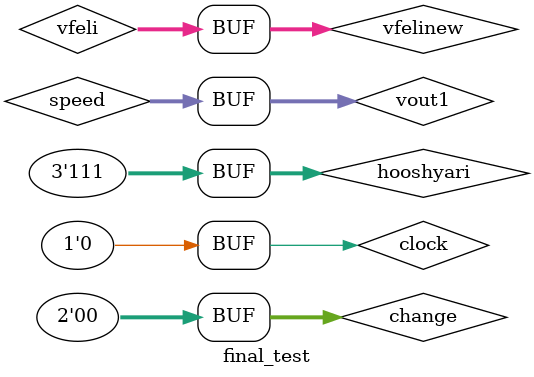
<source format=v>
`timescale 1ns / 1ps


module final_test;

	// Inputs
	reg [7:0] speed;
	reg [7:0] vfeli;
	reg [2:0] hooshyari;
	reg [1:0] change;
	reg clock;

	// Outputs
	wire tormoz;
	wire [2:0] pashesh;
	wire gt;
	wire eq;
	wire lt;
	wire [1:0] changewire;
	wire [7:0] vout1;
	wire [7:0] vfelinew;

	// Instantiate the Unit Under Test (UUT)
	control uut (
		.speed(speed), 
		.vfeli(vfeli), 
		.hooshyari(hooshyari), 
		.change(change), 
		.clock(clock), 
		.tormoz(tormoz), 
		.pashesh(pashesh), 
		.gt(gt), 
		.eq(eq), 
		.lt(lt), 
		.changewire(changewire), 
		.vout1(vout1), 
		.vfelinew(vfelinew)
	);

  initial
		begin
				clock = 0;
				repeat(50)
				#20 clock = ~clock;
    end 
	 
	initial begin
		// Initialize Inputs
		speed = 8'b11001000;
		vfeli = 8'b11001000;
		hooshyari = 3'b111;
		change = 2'b00;
		#20;
		hooshyari = 3'b111;
		vfeli = 8'b11001000;
		change = 2'b00;
      #40;
		hooshyari = 3'b111;
		vfeli = vfelinew;
		change = 2'b00;
		#40;
		hooshyari = 3'b011;
		vfeli = vfelinew;
		speed = vout1;
		change = 2'b10;
		#40;
		hooshyari = 3'b010;
		vfeli = vfelinew;
		speed = vout1;
		change = 2'b10;
		#40;
		hooshyari = 3'b111;
		vfeli = vfelinew;
		speed = vout1;
		change = 2'b00;
		#40;
		hooshyari = 3'b111;
		vfeli = vfelinew;
		speed = vout1;
		change = 2'b00;
		#40;
		hooshyari = 3'b010;
		vfeli = vfelinew;
		speed = vout1;
		change = 2'b10;
		#40;
		hooshyari = 3'b111;
		vfeli = vfelinew;
		change = 2'b00;
		speed = vout1;
		#40;
		hooshyari = 3'b111;
		vfeli = vfelinew;
		speed = vout1;
		change = 2'b10;
		#40;
		hooshyari = 3'b111;
		vfeli = vfelinew;
		speed = vout1;
		change = 2'b00;
		#40;
		hooshyari = 3'b111;
		vfeli = vfelinew;
		speed = vout1;
		change = 2'b00;
		#40;
		hooshyari = 3'b111;
		vfeli = vfelinew;
		speed = vout1;
		change = 2'b00;
		#40;
		hooshyari = 3'b111;
		vfeli = vfelinew;
		speed = vout1;
		change = 2'b00;
		#40;
		hooshyari = 3'b111;
		vfeli = vfelinew;
		speed = vout1;
		change = 2'b00;
		#40;
		hooshyari = 3'b111;
		vfeli = vfelinew;
		speed = vout1;
		change = 2'b00;
		#40;
		hooshyari = 3'b111;
		vfeli = vfelinew;
		speed = vout1;
		change = 2'b11;
		#40;
		hooshyari = 3'b111;
		vfeli = vfelinew;
		speed = vout1;
		change = 2'b00;
		#40;
		hooshyari = 3'b111;
		vfeli = vfelinew;
		speed = vout1;
		change = 2'b00;
		#40;
		hooshyari = 3'b111;
		vfeli = vfelinew;
		speed = vout1;
		change = 2'b00;
		#40;
		hooshyari = 3'b111;
		vfeli = vfelinew;
		speed = vout1;
		change = 2'b00;
		#40;
		hooshyari = 3'b111;
		vfeli = vfelinew;
		speed = vout1;
		change = 2'b00;
		#40;
		hooshyari = 3'b111;
		vfeli = vfelinew;
		speed = vout1;
		change = 2'b00;
		#40;
		hooshyari = 3'b111;
		vfeli = vfelinew;
		speed = vout1;
		change = 2'b00;
		#40;
		hooshyari = 3'b000;
		vfeli = vfelinew;
		speed = vout1;
		change = 2'b00;
		#40;
		hooshyari = 3'b111;
		vfeli = vfelinew;
		speed = vout1;
		change = 2'b00;
		#40;
		hooshyari = 3'b111;
		vfeli = vfelinew;
		speed = vout1;
		change = 2'b00;
		#40;
		hooshyari = 3'b111;
		vfeli = vfelinew;
		speed = vout1;
		change = 2'b00;
		#40;
	end
      
endmodule



</source>
